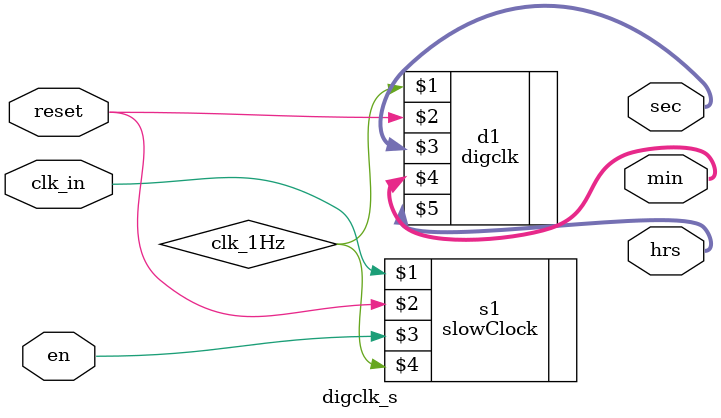
<source format=v>
module digclk_s(clk_in, reset, en, sec, min, hrs);
input clk_in, reset, en;
output [5:0] sec, min;
output [4:0] hrs;
wire clk_1Hz;
slowClock s1(clk_in, reset, en, clk_1Hz);
digclk d1(clk_1Hz, reset, sec, min, hrs);
endmodule
</source>
